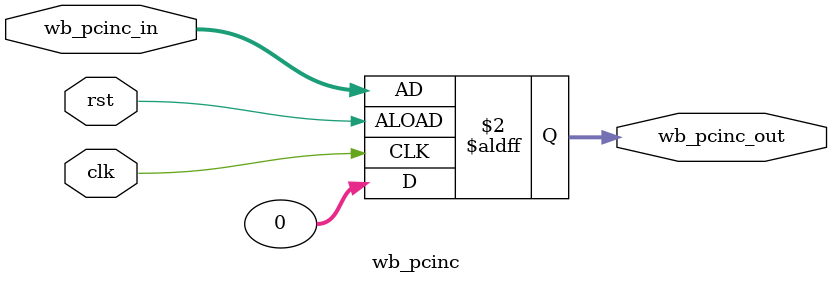
<source format=sv>
module wb_pcinc(
    input logic clk,
    input logic rst,
    input logic [31:0] wb_pcinc_in = 32'b0, 
    output logic [31:0] wb_pcinc_out
     
);

    always_ff @(posedge clk or negedge rst) begin
        if (rst) begin
            wb_pcinc_out <= 32'b0; 
        end else begin
            wb_pcinc_out <= wb_pcinc_in; 
        end
    end
endmodule
</source>
